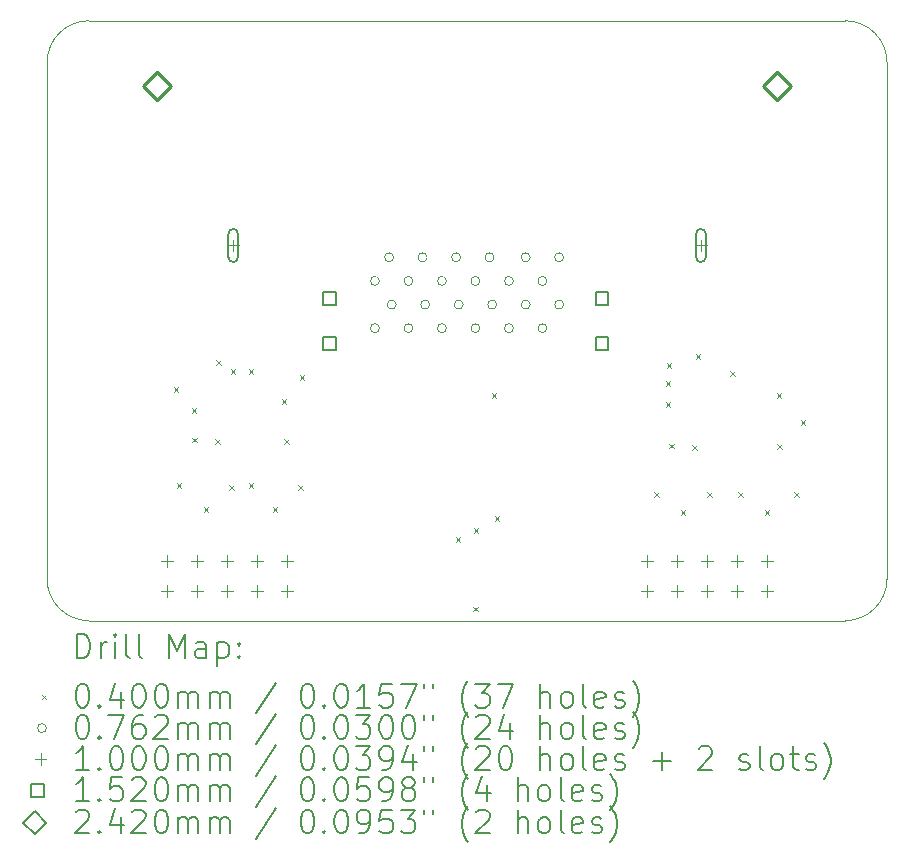
<source format=gbr>
%FSLAX45Y45*%
G04 Gerber Fmt 4.5, Leading zero omitted, Abs format (unit mm)*
G04 Created by KiCad (PCBNEW (6.0.0)) date 2022-08-18 21:48:34*
%MOMM*%
%LPD*%
G01*
G04 APERTURE LIST*
%TA.AperFunction,Profile*%
%ADD10C,0.100000*%
%TD*%
%ADD11C,0.200000*%
%ADD12C,0.040000*%
%ADD13C,0.076200*%
%ADD14C,0.100000*%
%ADD15C,0.152000*%
%ADD16C,0.242000*%
G04 APERTURE END LIST*
D10*
X15900400Y-8128000D02*
X9499600Y-8128000D01*
X16256000Y-3403600D02*
X16256000Y-7772400D01*
X9144000Y-7772400D02*
G75*
G03*
X9499600Y-8128000I355600J0D01*
G01*
X16256000Y-3403600D02*
G75*
G03*
X15900400Y-3048000I-355600J0D01*
G01*
X9144000Y-7772400D02*
X9144000Y-3403600D01*
X15900400Y-8128000D02*
G75*
G03*
X16256000Y-7772400I0J355600D01*
G01*
X9499600Y-3048000D02*
G75*
G03*
X9144000Y-3403600I0J-355600D01*
G01*
X9499600Y-3048000D02*
X15900400Y-3048000D01*
D11*
D12*
X10216200Y-6152200D02*
X10256200Y-6192200D01*
X10256200Y-6152200D02*
X10216200Y-6192200D01*
X10241600Y-6965000D02*
X10281600Y-7005000D01*
X10281600Y-6965000D02*
X10241600Y-7005000D01*
X10368600Y-6330000D02*
X10408600Y-6370000D01*
X10408600Y-6330000D02*
X10368600Y-6370000D01*
X10375200Y-6577400D02*
X10415200Y-6617400D01*
X10415200Y-6577400D02*
X10375200Y-6617400D01*
X10470200Y-7168200D02*
X10510200Y-7208200D01*
X10510200Y-7168200D02*
X10470200Y-7208200D01*
X10565200Y-6590600D02*
X10605200Y-6630600D01*
X10605200Y-6590600D02*
X10565200Y-6630600D01*
X10574449Y-5920951D02*
X10614449Y-5960951D01*
X10614449Y-5920951D02*
X10574449Y-5960951D01*
X10686100Y-6977700D02*
X10726100Y-7017700D01*
X10726100Y-6977700D02*
X10686100Y-7017700D01*
X10698800Y-5999800D02*
X10738800Y-6039800D01*
X10738800Y-5999800D02*
X10698800Y-6039800D01*
X10851200Y-5999800D02*
X10891200Y-6039800D01*
X10891200Y-5999800D02*
X10851200Y-6039800D01*
X10851200Y-6965000D02*
X10891200Y-7005000D01*
X10891200Y-6965000D02*
X10851200Y-7005000D01*
X11054400Y-7168200D02*
X11094400Y-7208200D01*
X11094400Y-7168200D02*
X11054400Y-7208200D01*
X11130600Y-6253800D02*
X11170600Y-6293800D01*
X11170600Y-6253800D02*
X11130600Y-6293800D01*
X11149400Y-6590600D02*
X11189400Y-6630600D01*
X11189400Y-6590600D02*
X11149400Y-6630600D01*
X11270300Y-6977700D02*
X11310300Y-7017700D01*
X11310300Y-6977700D02*
X11270300Y-7017700D01*
X11283000Y-6050600D02*
X11323000Y-6090600D01*
X11323000Y-6050600D02*
X11283000Y-6090600D01*
X12603800Y-7422200D02*
X12643800Y-7462200D01*
X12643800Y-7422200D02*
X12603800Y-7462200D01*
X12753649Y-8008951D02*
X12793649Y-8048951D01*
X12793649Y-8008951D02*
X12753649Y-8048951D01*
X12756200Y-7346000D02*
X12796200Y-7386000D01*
X12796200Y-7346000D02*
X12756200Y-7386000D01*
X12908600Y-6203000D02*
X12948600Y-6243000D01*
X12948600Y-6203000D02*
X12908600Y-6243000D01*
X12934000Y-7244400D02*
X12974000Y-7284400D01*
X12974000Y-7244400D02*
X12934000Y-7284400D01*
X14282200Y-7039200D02*
X14322200Y-7079200D01*
X14322200Y-7039200D02*
X14282200Y-7079200D01*
X14381800Y-6101400D02*
X14421800Y-6141400D01*
X14421800Y-6101400D02*
X14381800Y-6141400D01*
X14381800Y-6279200D02*
X14421800Y-6319200D01*
X14421800Y-6279200D02*
X14381800Y-6319200D01*
X14389656Y-5949000D02*
X14429656Y-5989000D01*
X14429656Y-5949000D02*
X14389656Y-5989000D01*
X14413800Y-6628200D02*
X14453800Y-6668200D01*
X14453800Y-6628200D02*
X14413800Y-6668200D01*
X14508800Y-7193600D02*
X14548800Y-7233600D01*
X14548800Y-7193600D02*
X14508800Y-7233600D01*
X14603800Y-6641400D02*
X14643800Y-6681400D01*
X14643800Y-6641400D02*
X14603800Y-6681400D01*
X14635800Y-5872800D02*
X14675800Y-5912800D01*
X14675800Y-5872800D02*
X14635800Y-5912800D01*
X14735400Y-7039200D02*
X14775400Y-7079200D01*
X14775400Y-7039200D02*
X14735400Y-7079200D01*
X14927900Y-6012500D02*
X14967900Y-6052500D01*
X14967900Y-6012500D02*
X14927900Y-6052500D01*
X14993400Y-7039200D02*
X15033400Y-7079200D01*
X15033400Y-7039200D02*
X14993400Y-7079200D01*
X15220000Y-7193600D02*
X15260000Y-7233600D01*
X15260000Y-7193600D02*
X15220000Y-7233600D01*
X15321600Y-6203000D02*
X15361600Y-6243000D01*
X15361600Y-6203000D02*
X15321600Y-6243000D01*
X15325160Y-6631240D02*
X15365160Y-6671240D01*
X15365160Y-6631240D02*
X15325160Y-6671240D01*
X15472000Y-7039200D02*
X15512000Y-7079200D01*
X15512000Y-7039200D02*
X15472000Y-7079200D01*
X15524800Y-6431600D02*
X15564800Y-6471600D01*
X15564800Y-6431600D02*
X15524800Y-6471600D01*
D13*
X11958200Y-5251300D02*
G75*
G03*
X11958200Y-5251300I-38100J0D01*
G01*
X11958200Y-5651300D02*
G75*
G03*
X11958200Y-5651300I-38100J0D01*
G01*
X12077920Y-5051300D02*
G75*
G03*
X12077920Y-5051300I-38100J0D01*
G01*
X12100000Y-5451300D02*
G75*
G03*
X12100000Y-5451300I-38100J0D01*
G01*
X12241800Y-5251300D02*
G75*
G03*
X12241800Y-5251300I-38100J0D01*
G01*
X12241800Y-5651300D02*
G75*
G03*
X12241800Y-5651300I-38100J0D01*
G01*
X12361520Y-5051300D02*
G75*
G03*
X12361520Y-5051300I-38100J0D01*
G01*
X12383600Y-5451300D02*
G75*
G03*
X12383600Y-5451300I-38100J0D01*
G01*
X12525400Y-5251300D02*
G75*
G03*
X12525400Y-5251300I-38100J0D01*
G01*
X12525400Y-5651300D02*
G75*
G03*
X12525400Y-5651300I-38100J0D01*
G01*
X12645120Y-5051300D02*
G75*
G03*
X12645120Y-5051300I-38100J0D01*
G01*
X12667200Y-5451300D02*
G75*
G03*
X12667200Y-5451300I-38100J0D01*
G01*
X12809000Y-5251300D02*
G75*
G03*
X12809000Y-5251300I-38100J0D01*
G01*
X12809000Y-5651300D02*
G75*
G03*
X12809000Y-5651300I-38100J0D01*
G01*
X12928720Y-5051300D02*
G75*
G03*
X12928720Y-5051300I-38100J0D01*
G01*
X12950800Y-5451300D02*
G75*
G03*
X12950800Y-5451300I-38100J0D01*
G01*
X13092600Y-5251300D02*
G75*
G03*
X13092600Y-5251300I-38100J0D01*
G01*
X13092600Y-5651300D02*
G75*
G03*
X13092600Y-5651300I-38100J0D01*
G01*
X13234400Y-5051300D02*
G75*
G03*
X13234400Y-5051300I-38100J0D01*
G01*
X13234400Y-5451300D02*
G75*
G03*
X13234400Y-5451300I-38100J0D01*
G01*
X13376200Y-5251300D02*
G75*
G03*
X13376200Y-5251300I-38100J0D01*
G01*
X13376200Y-5651300D02*
G75*
G03*
X13376200Y-5651300I-38100J0D01*
G01*
X13518000Y-5051300D02*
G75*
G03*
X13518000Y-5051300I-38100J0D01*
G01*
X13518000Y-5451300D02*
G75*
G03*
X13518000Y-5451300I-38100J0D01*
G01*
D14*
X10160000Y-7570000D02*
X10160000Y-7670000D01*
X10110000Y-7620000D02*
X10210000Y-7620000D01*
X10160000Y-7824000D02*
X10160000Y-7924000D01*
X10110000Y-7874000D02*
X10210000Y-7874000D01*
X10414000Y-7570000D02*
X10414000Y-7670000D01*
X10364000Y-7620000D02*
X10464000Y-7620000D01*
X10414000Y-7824000D02*
X10414000Y-7924000D01*
X10364000Y-7874000D02*
X10464000Y-7874000D01*
X10668000Y-7570000D02*
X10668000Y-7670000D01*
X10618000Y-7620000D02*
X10718000Y-7620000D01*
X10668000Y-7824000D02*
X10668000Y-7924000D01*
X10618000Y-7874000D02*
X10718000Y-7874000D01*
X10720100Y-4901300D02*
X10720100Y-5001300D01*
X10670100Y-4951300D02*
X10770100Y-4951300D01*
D11*
X10680100Y-4851300D02*
X10680100Y-5051300D01*
X10760100Y-4851300D02*
X10760100Y-5051300D01*
X10680100Y-5051300D02*
G75*
G03*
X10760100Y-5051300I40000J0D01*
G01*
X10760100Y-4851300D02*
G75*
G03*
X10680100Y-4851300I-40000J0D01*
G01*
D14*
X10922000Y-7570000D02*
X10922000Y-7670000D01*
X10872000Y-7620000D02*
X10972000Y-7620000D01*
X10922000Y-7824000D02*
X10922000Y-7924000D01*
X10872000Y-7874000D02*
X10972000Y-7874000D01*
X11176000Y-7570000D02*
X11176000Y-7670000D01*
X11126000Y-7620000D02*
X11226000Y-7620000D01*
X11176000Y-7824000D02*
X11176000Y-7924000D01*
X11126000Y-7874000D02*
X11226000Y-7874000D01*
X14224000Y-7570000D02*
X14224000Y-7670000D01*
X14174000Y-7620000D02*
X14274000Y-7620000D01*
X14224000Y-7824000D02*
X14224000Y-7924000D01*
X14174000Y-7874000D02*
X14274000Y-7874000D01*
X14478000Y-7570000D02*
X14478000Y-7670000D01*
X14428000Y-7620000D02*
X14528000Y-7620000D01*
X14478000Y-7824000D02*
X14478000Y-7924000D01*
X14428000Y-7874000D02*
X14528000Y-7874000D01*
X14679900Y-4901300D02*
X14679900Y-5001300D01*
X14629900Y-4951300D02*
X14729900Y-4951300D01*
D11*
X14639900Y-4851300D02*
X14639900Y-5051300D01*
X14719900Y-4851300D02*
X14719900Y-5051300D01*
X14639900Y-5051300D02*
G75*
G03*
X14719900Y-5051300I40000J0D01*
G01*
X14719900Y-4851300D02*
G75*
G03*
X14639900Y-4851300I-40000J0D01*
G01*
D14*
X14732000Y-7570000D02*
X14732000Y-7670000D01*
X14682000Y-7620000D02*
X14782000Y-7620000D01*
X14732000Y-7824000D02*
X14732000Y-7924000D01*
X14682000Y-7874000D02*
X14782000Y-7874000D01*
X14986000Y-7570000D02*
X14986000Y-7670000D01*
X14936000Y-7620000D02*
X15036000Y-7620000D01*
X14986000Y-7824000D02*
X14986000Y-7924000D01*
X14936000Y-7874000D02*
X15036000Y-7874000D01*
X15240000Y-7570000D02*
X15240000Y-7670000D01*
X15190000Y-7620000D02*
X15290000Y-7620000D01*
X15240000Y-7824000D02*
X15240000Y-7924000D01*
X15190000Y-7874000D02*
X15290000Y-7874000D01*
D15*
X11588701Y-5454241D02*
X11588701Y-5346759D01*
X11481219Y-5346759D01*
X11481219Y-5454241D01*
X11588701Y-5454241D01*
X11588701Y-5837241D02*
X11588701Y-5729759D01*
X11481219Y-5729759D01*
X11481219Y-5837241D01*
X11588701Y-5837241D01*
X13896701Y-5454241D02*
X13896701Y-5346759D01*
X13789219Y-5346759D01*
X13789219Y-5454241D01*
X13896701Y-5454241D01*
X13896701Y-5837241D02*
X13896701Y-5729759D01*
X13789219Y-5729759D01*
X13789219Y-5837241D01*
X13896701Y-5837241D01*
D16*
X10075000Y-3722300D02*
X10196000Y-3601300D01*
X10075000Y-3480300D01*
X9954000Y-3601300D01*
X10075000Y-3722300D01*
X15325000Y-3722300D02*
X15446000Y-3601300D01*
X15325000Y-3480300D01*
X15204000Y-3601300D01*
X15325000Y-3722300D01*
D11*
X9396619Y-8443476D02*
X9396619Y-8243476D01*
X9444238Y-8243476D01*
X9472810Y-8253000D01*
X9491857Y-8272048D01*
X9501381Y-8291095D01*
X9510905Y-8329190D01*
X9510905Y-8357762D01*
X9501381Y-8395857D01*
X9491857Y-8414905D01*
X9472810Y-8433952D01*
X9444238Y-8443476D01*
X9396619Y-8443476D01*
X9596619Y-8443476D02*
X9596619Y-8310143D01*
X9596619Y-8348238D02*
X9606143Y-8329190D01*
X9615667Y-8319667D01*
X9634714Y-8310143D01*
X9653762Y-8310143D01*
X9720429Y-8443476D02*
X9720429Y-8310143D01*
X9720429Y-8243476D02*
X9710905Y-8253000D01*
X9720429Y-8262524D01*
X9729952Y-8253000D01*
X9720429Y-8243476D01*
X9720429Y-8262524D01*
X9844238Y-8443476D02*
X9825190Y-8433952D01*
X9815667Y-8414905D01*
X9815667Y-8243476D01*
X9949000Y-8443476D02*
X9929952Y-8433952D01*
X9920429Y-8414905D01*
X9920429Y-8243476D01*
X10177571Y-8443476D02*
X10177571Y-8243476D01*
X10244238Y-8386333D01*
X10310905Y-8243476D01*
X10310905Y-8443476D01*
X10491857Y-8443476D02*
X10491857Y-8338714D01*
X10482333Y-8319667D01*
X10463286Y-8310143D01*
X10425190Y-8310143D01*
X10406143Y-8319667D01*
X10491857Y-8433952D02*
X10472810Y-8443476D01*
X10425190Y-8443476D01*
X10406143Y-8433952D01*
X10396619Y-8414905D01*
X10396619Y-8395857D01*
X10406143Y-8376809D01*
X10425190Y-8367286D01*
X10472810Y-8367286D01*
X10491857Y-8357762D01*
X10587095Y-8310143D02*
X10587095Y-8510143D01*
X10587095Y-8319667D02*
X10606143Y-8310143D01*
X10644238Y-8310143D01*
X10663286Y-8319667D01*
X10672810Y-8329190D01*
X10682333Y-8348238D01*
X10682333Y-8405381D01*
X10672810Y-8424429D01*
X10663286Y-8433952D01*
X10644238Y-8443476D01*
X10606143Y-8443476D01*
X10587095Y-8433952D01*
X10768048Y-8424429D02*
X10777571Y-8433952D01*
X10768048Y-8443476D01*
X10758524Y-8433952D01*
X10768048Y-8424429D01*
X10768048Y-8443476D01*
X10768048Y-8319667D02*
X10777571Y-8329190D01*
X10768048Y-8338714D01*
X10758524Y-8329190D01*
X10768048Y-8319667D01*
X10768048Y-8338714D01*
D12*
X9099000Y-8753000D02*
X9139000Y-8793000D01*
X9139000Y-8753000D02*
X9099000Y-8793000D01*
D11*
X9434714Y-8663476D02*
X9453762Y-8663476D01*
X9472810Y-8673000D01*
X9482333Y-8682524D01*
X9491857Y-8701571D01*
X9501381Y-8739667D01*
X9501381Y-8787286D01*
X9491857Y-8825381D01*
X9482333Y-8844429D01*
X9472810Y-8853952D01*
X9453762Y-8863476D01*
X9434714Y-8863476D01*
X9415667Y-8853952D01*
X9406143Y-8844429D01*
X9396619Y-8825381D01*
X9387095Y-8787286D01*
X9387095Y-8739667D01*
X9396619Y-8701571D01*
X9406143Y-8682524D01*
X9415667Y-8673000D01*
X9434714Y-8663476D01*
X9587095Y-8844429D02*
X9596619Y-8853952D01*
X9587095Y-8863476D01*
X9577571Y-8853952D01*
X9587095Y-8844429D01*
X9587095Y-8863476D01*
X9768048Y-8730143D02*
X9768048Y-8863476D01*
X9720429Y-8653952D02*
X9672810Y-8796810D01*
X9796619Y-8796810D01*
X9910905Y-8663476D02*
X9929952Y-8663476D01*
X9949000Y-8673000D01*
X9958524Y-8682524D01*
X9968048Y-8701571D01*
X9977571Y-8739667D01*
X9977571Y-8787286D01*
X9968048Y-8825381D01*
X9958524Y-8844429D01*
X9949000Y-8853952D01*
X9929952Y-8863476D01*
X9910905Y-8863476D01*
X9891857Y-8853952D01*
X9882333Y-8844429D01*
X9872810Y-8825381D01*
X9863286Y-8787286D01*
X9863286Y-8739667D01*
X9872810Y-8701571D01*
X9882333Y-8682524D01*
X9891857Y-8673000D01*
X9910905Y-8663476D01*
X10101381Y-8663476D02*
X10120429Y-8663476D01*
X10139476Y-8673000D01*
X10149000Y-8682524D01*
X10158524Y-8701571D01*
X10168048Y-8739667D01*
X10168048Y-8787286D01*
X10158524Y-8825381D01*
X10149000Y-8844429D01*
X10139476Y-8853952D01*
X10120429Y-8863476D01*
X10101381Y-8863476D01*
X10082333Y-8853952D01*
X10072810Y-8844429D01*
X10063286Y-8825381D01*
X10053762Y-8787286D01*
X10053762Y-8739667D01*
X10063286Y-8701571D01*
X10072810Y-8682524D01*
X10082333Y-8673000D01*
X10101381Y-8663476D01*
X10253762Y-8863476D02*
X10253762Y-8730143D01*
X10253762Y-8749190D02*
X10263286Y-8739667D01*
X10282333Y-8730143D01*
X10310905Y-8730143D01*
X10329952Y-8739667D01*
X10339476Y-8758714D01*
X10339476Y-8863476D01*
X10339476Y-8758714D02*
X10349000Y-8739667D01*
X10368048Y-8730143D01*
X10396619Y-8730143D01*
X10415667Y-8739667D01*
X10425190Y-8758714D01*
X10425190Y-8863476D01*
X10520429Y-8863476D02*
X10520429Y-8730143D01*
X10520429Y-8749190D02*
X10529952Y-8739667D01*
X10549000Y-8730143D01*
X10577571Y-8730143D01*
X10596619Y-8739667D01*
X10606143Y-8758714D01*
X10606143Y-8863476D01*
X10606143Y-8758714D02*
X10615667Y-8739667D01*
X10634714Y-8730143D01*
X10663286Y-8730143D01*
X10682333Y-8739667D01*
X10691857Y-8758714D01*
X10691857Y-8863476D01*
X11082333Y-8653952D02*
X10910905Y-8911095D01*
X11339476Y-8663476D02*
X11358524Y-8663476D01*
X11377571Y-8673000D01*
X11387095Y-8682524D01*
X11396619Y-8701571D01*
X11406143Y-8739667D01*
X11406143Y-8787286D01*
X11396619Y-8825381D01*
X11387095Y-8844429D01*
X11377571Y-8853952D01*
X11358524Y-8863476D01*
X11339476Y-8863476D01*
X11320428Y-8853952D01*
X11310905Y-8844429D01*
X11301381Y-8825381D01*
X11291857Y-8787286D01*
X11291857Y-8739667D01*
X11301381Y-8701571D01*
X11310905Y-8682524D01*
X11320428Y-8673000D01*
X11339476Y-8663476D01*
X11491857Y-8844429D02*
X11501381Y-8853952D01*
X11491857Y-8863476D01*
X11482333Y-8853952D01*
X11491857Y-8844429D01*
X11491857Y-8863476D01*
X11625190Y-8663476D02*
X11644238Y-8663476D01*
X11663286Y-8673000D01*
X11672809Y-8682524D01*
X11682333Y-8701571D01*
X11691857Y-8739667D01*
X11691857Y-8787286D01*
X11682333Y-8825381D01*
X11672809Y-8844429D01*
X11663286Y-8853952D01*
X11644238Y-8863476D01*
X11625190Y-8863476D01*
X11606143Y-8853952D01*
X11596619Y-8844429D01*
X11587095Y-8825381D01*
X11577571Y-8787286D01*
X11577571Y-8739667D01*
X11587095Y-8701571D01*
X11596619Y-8682524D01*
X11606143Y-8673000D01*
X11625190Y-8663476D01*
X11882333Y-8863476D02*
X11768048Y-8863476D01*
X11825190Y-8863476D02*
X11825190Y-8663476D01*
X11806143Y-8692048D01*
X11787095Y-8711095D01*
X11768048Y-8720619D01*
X12063286Y-8663476D02*
X11968048Y-8663476D01*
X11958524Y-8758714D01*
X11968048Y-8749190D01*
X11987095Y-8739667D01*
X12034714Y-8739667D01*
X12053762Y-8749190D01*
X12063286Y-8758714D01*
X12072809Y-8777762D01*
X12072809Y-8825381D01*
X12063286Y-8844429D01*
X12053762Y-8853952D01*
X12034714Y-8863476D01*
X11987095Y-8863476D01*
X11968048Y-8853952D01*
X11958524Y-8844429D01*
X12139476Y-8663476D02*
X12272809Y-8663476D01*
X12187095Y-8863476D01*
X12339476Y-8663476D02*
X12339476Y-8701571D01*
X12415667Y-8663476D02*
X12415667Y-8701571D01*
X12710905Y-8939667D02*
X12701381Y-8930143D01*
X12682333Y-8901571D01*
X12672809Y-8882524D01*
X12663286Y-8853952D01*
X12653762Y-8806333D01*
X12653762Y-8768238D01*
X12663286Y-8720619D01*
X12672809Y-8692048D01*
X12682333Y-8673000D01*
X12701381Y-8644429D01*
X12710905Y-8634905D01*
X12768048Y-8663476D02*
X12891857Y-8663476D01*
X12825190Y-8739667D01*
X12853762Y-8739667D01*
X12872809Y-8749190D01*
X12882333Y-8758714D01*
X12891857Y-8777762D01*
X12891857Y-8825381D01*
X12882333Y-8844429D01*
X12872809Y-8853952D01*
X12853762Y-8863476D01*
X12796619Y-8863476D01*
X12777571Y-8853952D01*
X12768048Y-8844429D01*
X12958524Y-8663476D02*
X13091857Y-8663476D01*
X13006143Y-8863476D01*
X13320428Y-8863476D02*
X13320428Y-8663476D01*
X13406143Y-8863476D02*
X13406143Y-8758714D01*
X13396619Y-8739667D01*
X13377571Y-8730143D01*
X13349000Y-8730143D01*
X13329952Y-8739667D01*
X13320428Y-8749190D01*
X13529952Y-8863476D02*
X13510905Y-8853952D01*
X13501381Y-8844429D01*
X13491857Y-8825381D01*
X13491857Y-8768238D01*
X13501381Y-8749190D01*
X13510905Y-8739667D01*
X13529952Y-8730143D01*
X13558524Y-8730143D01*
X13577571Y-8739667D01*
X13587095Y-8749190D01*
X13596619Y-8768238D01*
X13596619Y-8825381D01*
X13587095Y-8844429D01*
X13577571Y-8853952D01*
X13558524Y-8863476D01*
X13529952Y-8863476D01*
X13710905Y-8863476D02*
X13691857Y-8853952D01*
X13682333Y-8834905D01*
X13682333Y-8663476D01*
X13863286Y-8853952D02*
X13844238Y-8863476D01*
X13806143Y-8863476D01*
X13787095Y-8853952D01*
X13777571Y-8834905D01*
X13777571Y-8758714D01*
X13787095Y-8739667D01*
X13806143Y-8730143D01*
X13844238Y-8730143D01*
X13863286Y-8739667D01*
X13872809Y-8758714D01*
X13872809Y-8777762D01*
X13777571Y-8796810D01*
X13949000Y-8853952D02*
X13968048Y-8863476D01*
X14006143Y-8863476D01*
X14025190Y-8853952D01*
X14034714Y-8834905D01*
X14034714Y-8825381D01*
X14025190Y-8806333D01*
X14006143Y-8796810D01*
X13977571Y-8796810D01*
X13958524Y-8787286D01*
X13949000Y-8768238D01*
X13949000Y-8758714D01*
X13958524Y-8739667D01*
X13977571Y-8730143D01*
X14006143Y-8730143D01*
X14025190Y-8739667D01*
X14101381Y-8939667D02*
X14110905Y-8930143D01*
X14129952Y-8901571D01*
X14139476Y-8882524D01*
X14149000Y-8853952D01*
X14158524Y-8806333D01*
X14158524Y-8768238D01*
X14149000Y-8720619D01*
X14139476Y-8692048D01*
X14129952Y-8673000D01*
X14110905Y-8644429D01*
X14101381Y-8634905D01*
D13*
X9139000Y-9037000D02*
G75*
G03*
X9139000Y-9037000I-38100J0D01*
G01*
D11*
X9434714Y-8927476D02*
X9453762Y-8927476D01*
X9472810Y-8937000D01*
X9482333Y-8946524D01*
X9491857Y-8965571D01*
X9501381Y-9003667D01*
X9501381Y-9051286D01*
X9491857Y-9089381D01*
X9482333Y-9108429D01*
X9472810Y-9117952D01*
X9453762Y-9127476D01*
X9434714Y-9127476D01*
X9415667Y-9117952D01*
X9406143Y-9108429D01*
X9396619Y-9089381D01*
X9387095Y-9051286D01*
X9387095Y-9003667D01*
X9396619Y-8965571D01*
X9406143Y-8946524D01*
X9415667Y-8937000D01*
X9434714Y-8927476D01*
X9587095Y-9108429D02*
X9596619Y-9117952D01*
X9587095Y-9127476D01*
X9577571Y-9117952D01*
X9587095Y-9108429D01*
X9587095Y-9127476D01*
X9663286Y-8927476D02*
X9796619Y-8927476D01*
X9710905Y-9127476D01*
X9958524Y-8927476D02*
X9920429Y-8927476D01*
X9901381Y-8937000D01*
X9891857Y-8946524D01*
X9872810Y-8975095D01*
X9863286Y-9013190D01*
X9863286Y-9089381D01*
X9872810Y-9108429D01*
X9882333Y-9117952D01*
X9901381Y-9127476D01*
X9939476Y-9127476D01*
X9958524Y-9117952D01*
X9968048Y-9108429D01*
X9977571Y-9089381D01*
X9977571Y-9041762D01*
X9968048Y-9022714D01*
X9958524Y-9013190D01*
X9939476Y-9003667D01*
X9901381Y-9003667D01*
X9882333Y-9013190D01*
X9872810Y-9022714D01*
X9863286Y-9041762D01*
X10053762Y-8946524D02*
X10063286Y-8937000D01*
X10082333Y-8927476D01*
X10129952Y-8927476D01*
X10149000Y-8937000D01*
X10158524Y-8946524D01*
X10168048Y-8965571D01*
X10168048Y-8984619D01*
X10158524Y-9013190D01*
X10044238Y-9127476D01*
X10168048Y-9127476D01*
X10253762Y-9127476D02*
X10253762Y-8994143D01*
X10253762Y-9013190D02*
X10263286Y-9003667D01*
X10282333Y-8994143D01*
X10310905Y-8994143D01*
X10329952Y-9003667D01*
X10339476Y-9022714D01*
X10339476Y-9127476D01*
X10339476Y-9022714D02*
X10349000Y-9003667D01*
X10368048Y-8994143D01*
X10396619Y-8994143D01*
X10415667Y-9003667D01*
X10425190Y-9022714D01*
X10425190Y-9127476D01*
X10520429Y-9127476D02*
X10520429Y-8994143D01*
X10520429Y-9013190D02*
X10529952Y-9003667D01*
X10549000Y-8994143D01*
X10577571Y-8994143D01*
X10596619Y-9003667D01*
X10606143Y-9022714D01*
X10606143Y-9127476D01*
X10606143Y-9022714D02*
X10615667Y-9003667D01*
X10634714Y-8994143D01*
X10663286Y-8994143D01*
X10682333Y-9003667D01*
X10691857Y-9022714D01*
X10691857Y-9127476D01*
X11082333Y-8917952D02*
X10910905Y-9175095D01*
X11339476Y-8927476D02*
X11358524Y-8927476D01*
X11377571Y-8937000D01*
X11387095Y-8946524D01*
X11396619Y-8965571D01*
X11406143Y-9003667D01*
X11406143Y-9051286D01*
X11396619Y-9089381D01*
X11387095Y-9108429D01*
X11377571Y-9117952D01*
X11358524Y-9127476D01*
X11339476Y-9127476D01*
X11320428Y-9117952D01*
X11310905Y-9108429D01*
X11301381Y-9089381D01*
X11291857Y-9051286D01*
X11291857Y-9003667D01*
X11301381Y-8965571D01*
X11310905Y-8946524D01*
X11320428Y-8937000D01*
X11339476Y-8927476D01*
X11491857Y-9108429D02*
X11501381Y-9117952D01*
X11491857Y-9127476D01*
X11482333Y-9117952D01*
X11491857Y-9108429D01*
X11491857Y-9127476D01*
X11625190Y-8927476D02*
X11644238Y-8927476D01*
X11663286Y-8937000D01*
X11672809Y-8946524D01*
X11682333Y-8965571D01*
X11691857Y-9003667D01*
X11691857Y-9051286D01*
X11682333Y-9089381D01*
X11672809Y-9108429D01*
X11663286Y-9117952D01*
X11644238Y-9127476D01*
X11625190Y-9127476D01*
X11606143Y-9117952D01*
X11596619Y-9108429D01*
X11587095Y-9089381D01*
X11577571Y-9051286D01*
X11577571Y-9003667D01*
X11587095Y-8965571D01*
X11596619Y-8946524D01*
X11606143Y-8937000D01*
X11625190Y-8927476D01*
X11758524Y-8927476D02*
X11882333Y-8927476D01*
X11815667Y-9003667D01*
X11844238Y-9003667D01*
X11863286Y-9013190D01*
X11872809Y-9022714D01*
X11882333Y-9041762D01*
X11882333Y-9089381D01*
X11872809Y-9108429D01*
X11863286Y-9117952D01*
X11844238Y-9127476D01*
X11787095Y-9127476D01*
X11768048Y-9117952D01*
X11758524Y-9108429D01*
X12006143Y-8927476D02*
X12025190Y-8927476D01*
X12044238Y-8937000D01*
X12053762Y-8946524D01*
X12063286Y-8965571D01*
X12072809Y-9003667D01*
X12072809Y-9051286D01*
X12063286Y-9089381D01*
X12053762Y-9108429D01*
X12044238Y-9117952D01*
X12025190Y-9127476D01*
X12006143Y-9127476D01*
X11987095Y-9117952D01*
X11977571Y-9108429D01*
X11968048Y-9089381D01*
X11958524Y-9051286D01*
X11958524Y-9003667D01*
X11968048Y-8965571D01*
X11977571Y-8946524D01*
X11987095Y-8937000D01*
X12006143Y-8927476D01*
X12196619Y-8927476D02*
X12215667Y-8927476D01*
X12234714Y-8937000D01*
X12244238Y-8946524D01*
X12253762Y-8965571D01*
X12263286Y-9003667D01*
X12263286Y-9051286D01*
X12253762Y-9089381D01*
X12244238Y-9108429D01*
X12234714Y-9117952D01*
X12215667Y-9127476D01*
X12196619Y-9127476D01*
X12177571Y-9117952D01*
X12168048Y-9108429D01*
X12158524Y-9089381D01*
X12149000Y-9051286D01*
X12149000Y-9003667D01*
X12158524Y-8965571D01*
X12168048Y-8946524D01*
X12177571Y-8937000D01*
X12196619Y-8927476D01*
X12339476Y-8927476D02*
X12339476Y-8965571D01*
X12415667Y-8927476D02*
X12415667Y-8965571D01*
X12710905Y-9203667D02*
X12701381Y-9194143D01*
X12682333Y-9165571D01*
X12672809Y-9146524D01*
X12663286Y-9117952D01*
X12653762Y-9070333D01*
X12653762Y-9032238D01*
X12663286Y-8984619D01*
X12672809Y-8956048D01*
X12682333Y-8937000D01*
X12701381Y-8908429D01*
X12710905Y-8898905D01*
X12777571Y-8946524D02*
X12787095Y-8937000D01*
X12806143Y-8927476D01*
X12853762Y-8927476D01*
X12872809Y-8937000D01*
X12882333Y-8946524D01*
X12891857Y-8965571D01*
X12891857Y-8984619D01*
X12882333Y-9013190D01*
X12768048Y-9127476D01*
X12891857Y-9127476D01*
X13063286Y-8994143D02*
X13063286Y-9127476D01*
X13015667Y-8917952D02*
X12968048Y-9060810D01*
X13091857Y-9060810D01*
X13320428Y-9127476D02*
X13320428Y-8927476D01*
X13406143Y-9127476D02*
X13406143Y-9022714D01*
X13396619Y-9003667D01*
X13377571Y-8994143D01*
X13349000Y-8994143D01*
X13329952Y-9003667D01*
X13320428Y-9013190D01*
X13529952Y-9127476D02*
X13510905Y-9117952D01*
X13501381Y-9108429D01*
X13491857Y-9089381D01*
X13491857Y-9032238D01*
X13501381Y-9013190D01*
X13510905Y-9003667D01*
X13529952Y-8994143D01*
X13558524Y-8994143D01*
X13577571Y-9003667D01*
X13587095Y-9013190D01*
X13596619Y-9032238D01*
X13596619Y-9089381D01*
X13587095Y-9108429D01*
X13577571Y-9117952D01*
X13558524Y-9127476D01*
X13529952Y-9127476D01*
X13710905Y-9127476D02*
X13691857Y-9117952D01*
X13682333Y-9098905D01*
X13682333Y-8927476D01*
X13863286Y-9117952D02*
X13844238Y-9127476D01*
X13806143Y-9127476D01*
X13787095Y-9117952D01*
X13777571Y-9098905D01*
X13777571Y-9022714D01*
X13787095Y-9003667D01*
X13806143Y-8994143D01*
X13844238Y-8994143D01*
X13863286Y-9003667D01*
X13872809Y-9022714D01*
X13872809Y-9041762D01*
X13777571Y-9060810D01*
X13949000Y-9117952D02*
X13968048Y-9127476D01*
X14006143Y-9127476D01*
X14025190Y-9117952D01*
X14034714Y-9098905D01*
X14034714Y-9089381D01*
X14025190Y-9070333D01*
X14006143Y-9060810D01*
X13977571Y-9060810D01*
X13958524Y-9051286D01*
X13949000Y-9032238D01*
X13949000Y-9022714D01*
X13958524Y-9003667D01*
X13977571Y-8994143D01*
X14006143Y-8994143D01*
X14025190Y-9003667D01*
X14101381Y-9203667D02*
X14110905Y-9194143D01*
X14129952Y-9165571D01*
X14139476Y-9146524D01*
X14149000Y-9117952D01*
X14158524Y-9070333D01*
X14158524Y-9032238D01*
X14149000Y-8984619D01*
X14139476Y-8956048D01*
X14129952Y-8937000D01*
X14110905Y-8908429D01*
X14101381Y-8898905D01*
D14*
X9089000Y-9251000D02*
X9089000Y-9351000D01*
X9039000Y-9301000D02*
X9139000Y-9301000D01*
D11*
X9501381Y-9391476D02*
X9387095Y-9391476D01*
X9444238Y-9391476D02*
X9444238Y-9191476D01*
X9425190Y-9220048D01*
X9406143Y-9239095D01*
X9387095Y-9248619D01*
X9587095Y-9372429D02*
X9596619Y-9381952D01*
X9587095Y-9391476D01*
X9577571Y-9381952D01*
X9587095Y-9372429D01*
X9587095Y-9391476D01*
X9720429Y-9191476D02*
X9739476Y-9191476D01*
X9758524Y-9201000D01*
X9768048Y-9210524D01*
X9777571Y-9229571D01*
X9787095Y-9267667D01*
X9787095Y-9315286D01*
X9777571Y-9353381D01*
X9768048Y-9372429D01*
X9758524Y-9381952D01*
X9739476Y-9391476D01*
X9720429Y-9391476D01*
X9701381Y-9381952D01*
X9691857Y-9372429D01*
X9682333Y-9353381D01*
X9672810Y-9315286D01*
X9672810Y-9267667D01*
X9682333Y-9229571D01*
X9691857Y-9210524D01*
X9701381Y-9201000D01*
X9720429Y-9191476D01*
X9910905Y-9191476D02*
X9929952Y-9191476D01*
X9949000Y-9201000D01*
X9958524Y-9210524D01*
X9968048Y-9229571D01*
X9977571Y-9267667D01*
X9977571Y-9315286D01*
X9968048Y-9353381D01*
X9958524Y-9372429D01*
X9949000Y-9381952D01*
X9929952Y-9391476D01*
X9910905Y-9391476D01*
X9891857Y-9381952D01*
X9882333Y-9372429D01*
X9872810Y-9353381D01*
X9863286Y-9315286D01*
X9863286Y-9267667D01*
X9872810Y-9229571D01*
X9882333Y-9210524D01*
X9891857Y-9201000D01*
X9910905Y-9191476D01*
X10101381Y-9191476D02*
X10120429Y-9191476D01*
X10139476Y-9201000D01*
X10149000Y-9210524D01*
X10158524Y-9229571D01*
X10168048Y-9267667D01*
X10168048Y-9315286D01*
X10158524Y-9353381D01*
X10149000Y-9372429D01*
X10139476Y-9381952D01*
X10120429Y-9391476D01*
X10101381Y-9391476D01*
X10082333Y-9381952D01*
X10072810Y-9372429D01*
X10063286Y-9353381D01*
X10053762Y-9315286D01*
X10053762Y-9267667D01*
X10063286Y-9229571D01*
X10072810Y-9210524D01*
X10082333Y-9201000D01*
X10101381Y-9191476D01*
X10253762Y-9391476D02*
X10253762Y-9258143D01*
X10253762Y-9277190D02*
X10263286Y-9267667D01*
X10282333Y-9258143D01*
X10310905Y-9258143D01*
X10329952Y-9267667D01*
X10339476Y-9286714D01*
X10339476Y-9391476D01*
X10339476Y-9286714D02*
X10349000Y-9267667D01*
X10368048Y-9258143D01*
X10396619Y-9258143D01*
X10415667Y-9267667D01*
X10425190Y-9286714D01*
X10425190Y-9391476D01*
X10520429Y-9391476D02*
X10520429Y-9258143D01*
X10520429Y-9277190D02*
X10529952Y-9267667D01*
X10549000Y-9258143D01*
X10577571Y-9258143D01*
X10596619Y-9267667D01*
X10606143Y-9286714D01*
X10606143Y-9391476D01*
X10606143Y-9286714D02*
X10615667Y-9267667D01*
X10634714Y-9258143D01*
X10663286Y-9258143D01*
X10682333Y-9267667D01*
X10691857Y-9286714D01*
X10691857Y-9391476D01*
X11082333Y-9181952D02*
X10910905Y-9439095D01*
X11339476Y-9191476D02*
X11358524Y-9191476D01*
X11377571Y-9201000D01*
X11387095Y-9210524D01*
X11396619Y-9229571D01*
X11406143Y-9267667D01*
X11406143Y-9315286D01*
X11396619Y-9353381D01*
X11387095Y-9372429D01*
X11377571Y-9381952D01*
X11358524Y-9391476D01*
X11339476Y-9391476D01*
X11320428Y-9381952D01*
X11310905Y-9372429D01*
X11301381Y-9353381D01*
X11291857Y-9315286D01*
X11291857Y-9267667D01*
X11301381Y-9229571D01*
X11310905Y-9210524D01*
X11320428Y-9201000D01*
X11339476Y-9191476D01*
X11491857Y-9372429D02*
X11501381Y-9381952D01*
X11491857Y-9391476D01*
X11482333Y-9381952D01*
X11491857Y-9372429D01*
X11491857Y-9391476D01*
X11625190Y-9191476D02*
X11644238Y-9191476D01*
X11663286Y-9201000D01*
X11672809Y-9210524D01*
X11682333Y-9229571D01*
X11691857Y-9267667D01*
X11691857Y-9315286D01*
X11682333Y-9353381D01*
X11672809Y-9372429D01*
X11663286Y-9381952D01*
X11644238Y-9391476D01*
X11625190Y-9391476D01*
X11606143Y-9381952D01*
X11596619Y-9372429D01*
X11587095Y-9353381D01*
X11577571Y-9315286D01*
X11577571Y-9267667D01*
X11587095Y-9229571D01*
X11596619Y-9210524D01*
X11606143Y-9201000D01*
X11625190Y-9191476D01*
X11758524Y-9191476D02*
X11882333Y-9191476D01*
X11815667Y-9267667D01*
X11844238Y-9267667D01*
X11863286Y-9277190D01*
X11872809Y-9286714D01*
X11882333Y-9305762D01*
X11882333Y-9353381D01*
X11872809Y-9372429D01*
X11863286Y-9381952D01*
X11844238Y-9391476D01*
X11787095Y-9391476D01*
X11768048Y-9381952D01*
X11758524Y-9372429D01*
X11977571Y-9391476D02*
X12015667Y-9391476D01*
X12034714Y-9381952D01*
X12044238Y-9372429D01*
X12063286Y-9343857D01*
X12072809Y-9305762D01*
X12072809Y-9229571D01*
X12063286Y-9210524D01*
X12053762Y-9201000D01*
X12034714Y-9191476D01*
X11996619Y-9191476D01*
X11977571Y-9201000D01*
X11968048Y-9210524D01*
X11958524Y-9229571D01*
X11958524Y-9277190D01*
X11968048Y-9296238D01*
X11977571Y-9305762D01*
X11996619Y-9315286D01*
X12034714Y-9315286D01*
X12053762Y-9305762D01*
X12063286Y-9296238D01*
X12072809Y-9277190D01*
X12244238Y-9258143D02*
X12244238Y-9391476D01*
X12196619Y-9181952D02*
X12149000Y-9324810D01*
X12272809Y-9324810D01*
X12339476Y-9191476D02*
X12339476Y-9229571D01*
X12415667Y-9191476D02*
X12415667Y-9229571D01*
X12710905Y-9467667D02*
X12701381Y-9458143D01*
X12682333Y-9429571D01*
X12672809Y-9410524D01*
X12663286Y-9381952D01*
X12653762Y-9334333D01*
X12653762Y-9296238D01*
X12663286Y-9248619D01*
X12672809Y-9220048D01*
X12682333Y-9201000D01*
X12701381Y-9172429D01*
X12710905Y-9162905D01*
X12777571Y-9210524D02*
X12787095Y-9201000D01*
X12806143Y-9191476D01*
X12853762Y-9191476D01*
X12872809Y-9201000D01*
X12882333Y-9210524D01*
X12891857Y-9229571D01*
X12891857Y-9248619D01*
X12882333Y-9277190D01*
X12768048Y-9391476D01*
X12891857Y-9391476D01*
X13015667Y-9191476D02*
X13034714Y-9191476D01*
X13053762Y-9201000D01*
X13063286Y-9210524D01*
X13072809Y-9229571D01*
X13082333Y-9267667D01*
X13082333Y-9315286D01*
X13072809Y-9353381D01*
X13063286Y-9372429D01*
X13053762Y-9381952D01*
X13034714Y-9391476D01*
X13015667Y-9391476D01*
X12996619Y-9381952D01*
X12987095Y-9372429D01*
X12977571Y-9353381D01*
X12968048Y-9315286D01*
X12968048Y-9267667D01*
X12977571Y-9229571D01*
X12987095Y-9210524D01*
X12996619Y-9201000D01*
X13015667Y-9191476D01*
X13320428Y-9391476D02*
X13320428Y-9191476D01*
X13406143Y-9391476D02*
X13406143Y-9286714D01*
X13396619Y-9267667D01*
X13377571Y-9258143D01*
X13349000Y-9258143D01*
X13329952Y-9267667D01*
X13320428Y-9277190D01*
X13529952Y-9391476D02*
X13510905Y-9381952D01*
X13501381Y-9372429D01*
X13491857Y-9353381D01*
X13491857Y-9296238D01*
X13501381Y-9277190D01*
X13510905Y-9267667D01*
X13529952Y-9258143D01*
X13558524Y-9258143D01*
X13577571Y-9267667D01*
X13587095Y-9277190D01*
X13596619Y-9296238D01*
X13596619Y-9353381D01*
X13587095Y-9372429D01*
X13577571Y-9381952D01*
X13558524Y-9391476D01*
X13529952Y-9391476D01*
X13710905Y-9391476D02*
X13691857Y-9381952D01*
X13682333Y-9362905D01*
X13682333Y-9191476D01*
X13863286Y-9381952D02*
X13844238Y-9391476D01*
X13806143Y-9391476D01*
X13787095Y-9381952D01*
X13777571Y-9362905D01*
X13777571Y-9286714D01*
X13787095Y-9267667D01*
X13806143Y-9258143D01*
X13844238Y-9258143D01*
X13863286Y-9267667D01*
X13872809Y-9286714D01*
X13872809Y-9305762D01*
X13777571Y-9324810D01*
X13949000Y-9381952D02*
X13968048Y-9391476D01*
X14006143Y-9391476D01*
X14025190Y-9381952D01*
X14034714Y-9362905D01*
X14034714Y-9353381D01*
X14025190Y-9334333D01*
X14006143Y-9324810D01*
X13977571Y-9324810D01*
X13958524Y-9315286D01*
X13949000Y-9296238D01*
X13949000Y-9286714D01*
X13958524Y-9267667D01*
X13977571Y-9258143D01*
X14006143Y-9258143D01*
X14025190Y-9267667D01*
X14272809Y-9315286D02*
X14425190Y-9315286D01*
X14349000Y-9391476D02*
X14349000Y-9239095D01*
X14663286Y-9210524D02*
X14672809Y-9201000D01*
X14691857Y-9191476D01*
X14739476Y-9191476D01*
X14758524Y-9201000D01*
X14768048Y-9210524D01*
X14777571Y-9229571D01*
X14777571Y-9248619D01*
X14768048Y-9277190D01*
X14653762Y-9391476D01*
X14777571Y-9391476D01*
X15006143Y-9381952D02*
X15025190Y-9391476D01*
X15063286Y-9391476D01*
X15082333Y-9381952D01*
X15091857Y-9362905D01*
X15091857Y-9353381D01*
X15082333Y-9334333D01*
X15063286Y-9324810D01*
X15034714Y-9324810D01*
X15015667Y-9315286D01*
X15006143Y-9296238D01*
X15006143Y-9286714D01*
X15015667Y-9267667D01*
X15034714Y-9258143D01*
X15063286Y-9258143D01*
X15082333Y-9267667D01*
X15206143Y-9391476D02*
X15187095Y-9381952D01*
X15177571Y-9362905D01*
X15177571Y-9191476D01*
X15310905Y-9391476D02*
X15291857Y-9381952D01*
X15282333Y-9372429D01*
X15272809Y-9353381D01*
X15272809Y-9296238D01*
X15282333Y-9277190D01*
X15291857Y-9267667D01*
X15310905Y-9258143D01*
X15339476Y-9258143D01*
X15358524Y-9267667D01*
X15368048Y-9277190D01*
X15377571Y-9296238D01*
X15377571Y-9353381D01*
X15368048Y-9372429D01*
X15358524Y-9381952D01*
X15339476Y-9391476D01*
X15310905Y-9391476D01*
X15434714Y-9258143D02*
X15510905Y-9258143D01*
X15463286Y-9191476D02*
X15463286Y-9362905D01*
X15472809Y-9381952D01*
X15491857Y-9391476D01*
X15510905Y-9391476D01*
X15568048Y-9381952D02*
X15587095Y-9391476D01*
X15625190Y-9391476D01*
X15644238Y-9381952D01*
X15653762Y-9362905D01*
X15653762Y-9353381D01*
X15644238Y-9334333D01*
X15625190Y-9324810D01*
X15596619Y-9324810D01*
X15577571Y-9315286D01*
X15568048Y-9296238D01*
X15568048Y-9286714D01*
X15577571Y-9267667D01*
X15596619Y-9258143D01*
X15625190Y-9258143D01*
X15644238Y-9267667D01*
X15720428Y-9467667D02*
X15729952Y-9458143D01*
X15749000Y-9429571D01*
X15758524Y-9410524D01*
X15768048Y-9381952D01*
X15777571Y-9334333D01*
X15777571Y-9296238D01*
X15768048Y-9248619D01*
X15758524Y-9220048D01*
X15749000Y-9201000D01*
X15729952Y-9172429D01*
X15720428Y-9162905D01*
D15*
X9116741Y-9618741D02*
X9116741Y-9511259D01*
X9009259Y-9511259D01*
X9009259Y-9618741D01*
X9116741Y-9618741D01*
D11*
X9501381Y-9655476D02*
X9387095Y-9655476D01*
X9444238Y-9655476D02*
X9444238Y-9455476D01*
X9425190Y-9484048D01*
X9406143Y-9503095D01*
X9387095Y-9512619D01*
X9587095Y-9636429D02*
X9596619Y-9645952D01*
X9587095Y-9655476D01*
X9577571Y-9645952D01*
X9587095Y-9636429D01*
X9587095Y-9655476D01*
X9777571Y-9455476D02*
X9682333Y-9455476D01*
X9672810Y-9550714D01*
X9682333Y-9541190D01*
X9701381Y-9531667D01*
X9749000Y-9531667D01*
X9768048Y-9541190D01*
X9777571Y-9550714D01*
X9787095Y-9569762D01*
X9787095Y-9617381D01*
X9777571Y-9636429D01*
X9768048Y-9645952D01*
X9749000Y-9655476D01*
X9701381Y-9655476D01*
X9682333Y-9645952D01*
X9672810Y-9636429D01*
X9863286Y-9474524D02*
X9872810Y-9465000D01*
X9891857Y-9455476D01*
X9939476Y-9455476D01*
X9958524Y-9465000D01*
X9968048Y-9474524D01*
X9977571Y-9493571D01*
X9977571Y-9512619D01*
X9968048Y-9541190D01*
X9853762Y-9655476D01*
X9977571Y-9655476D01*
X10101381Y-9455476D02*
X10120429Y-9455476D01*
X10139476Y-9465000D01*
X10149000Y-9474524D01*
X10158524Y-9493571D01*
X10168048Y-9531667D01*
X10168048Y-9579286D01*
X10158524Y-9617381D01*
X10149000Y-9636429D01*
X10139476Y-9645952D01*
X10120429Y-9655476D01*
X10101381Y-9655476D01*
X10082333Y-9645952D01*
X10072810Y-9636429D01*
X10063286Y-9617381D01*
X10053762Y-9579286D01*
X10053762Y-9531667D01*
X10063286Y-9493571D01*
X10072810Y-9474524D01*
X10082333Y-9465000D01*
X10101381Y-9455476D01*
X10253762Y-9655476D02*
X10253762Y-9522143D01*
X10253762Y-9541190D02*
X10263286Y-9531667D01*
X10282333Y-9522143D01*
X10310905Y-9522143D01*
X10329952Y-9531667D01*
X10339476Y-9550714D01*
X10339476Y-9655476D01*
X10339476Y-9550714D02*
X10349000Y-9531667D01*
X10368048Y-9522143D01*
X10396619Y-9522143D01*
X10415667Y-9531667D01*
X10425190Y-9550714D01*
X10425190Y-9655476D01*
X10520429Y-9655476D02*
X10520429Y-9522143D01*
X10520429Y-9541190D02*
X10529952Y-9531667D01*
X10549000Y-9522143D01*
X10577571Y-9522143D01*
X10596619Y-9531667D01*
X10606143Y-9550714D01*
X10606143Y-9655476D01*
X10606143Y-9550714D02*
X10615667Y-9531667D01*
X10634714Y-9522143D01*
X10663286Y-9522143D01*
X10682333Y-9531667D01*
X10691857Y-9550714D01*
X10691857Y-9655476D01*
X11082333Y-9445952D02*
X10910905Y-9703095D01*
X11339476Y-9455476D02*
X11358524Y-9455476D01*
X11377571Y-9465000D01*
X11387095Y-9474524D01*
X11396619Y-9493571D01*
X11406143Y-9531667D01*
X11406143Y-9579286D01*
X11396619Y-9617381D01*
X11387095Y-9636429D01*
X11377571Y-9645952D01*
X11358524Y-9655476D01*
X11339476Y-9655476D01*
X11320428Y-9645952D01*
X11310905Y-9636429D01*
X11301381Y-9617381D01*
X11291857Y-9579286D01*
X11291857Y-9531667D01*
X11301381Y-9493571D01*
X11310905Y-9474524D01*
X11320428Y-9465000D01*
X11339476Y-9455476D01*
X11491857Y-9636429D02*
X11501381Y-9645952D01*
X11491857Y-9655476D01*
X11482333Y-9645952D01*
X11491857Y-9636429D01*
X11491857Y-9655476D01*
X11625190Y-9455476D02*
X11644238Y-9455476D01*
X11663286Y-9465000D01*
X11672809Y-9474524D01*
X11682333Y-9493571D01*
X11691857Y-9531667D01*
X11691857Y-9579286D01*
X11682333Y-9617381D01*
X11672809Y-9636429D01*
X11663286Y-9645952D01*
X11644238Y-9655476D01*
X11625190Y-9655476D01*
X11606143Y-9645952D01*
X11596619Y-9636429D01*
X11587095Y-9617381D01*
X11577571Y-9579286D01*
X11577571Y-9531667D01*
X11587095Y-9493571D01*
X11596619Y-9474524D01*
X11606143Y-9465000D01*
X11625190Y-9455476D01*
X11872809Y-9455476D02*
X11777571Y-9455476D01*
X11768048Y-9550714D01*
X11777571Y-9541190D01*
X11796619Y-9531667D01*
X11844238Y-9531667D01*
X11863286Y-9541190D01*
X11872809Y-9550714D01*
X11882333Y-9569762D01*
X11882333Y-9617381D01*
X11872809Y-9636429D01*
X11863286Y-9645952D01*
X11844238Y-9655476D01*
X11796619Y-9655476D01*
X11777571Y-9645952D01*
X11768048Y-9636429D01*
X11977571Y-9655476D02*
X12015667Y-9655476D01*
X12034714Y-9645952D01*
X12044238Y-9636429D01*
X12063286Y-9607857D01*
X12072809Y-9569762D01*
X12072809Y-9493571D01*
X12063286Y-9474524D01*
X12053762Y-9465000D01*
X12034714Y-9455476D01*
X11996619Y-9455476D01*
X11977571Y-9465000D01*
X11968048Y-9474524D01*
X11958524Y-9493571D01*
X11958524Y-9541190D01*
X11968048Y-9560238D01*
X11977571Y-9569762D01*
X11996619Y-9579286D01*
X12034714Y-9579286D01*
X12053762Y-9569762D01*
X12063286Y-9560238D01*
X12072809Y-9541190D01*
X12187095Y-9541190D02*
X12168048Y-9531667D01*
X12158524Y-9522143D01*
X12149000Y-9503095D01*
X12149000Y-9493571D01*
X12158524Y-9474524D01*
X12168048Y-9465000D01*
X12187095Y-9455476D01*
X12225190Y-9455476D01*
X12244238Y-9465000D01*
X12253762Y-9474524D01*
X12263286Y-9493571D01*
X12263286Y-9503095D01*
X12253762Y-9522143D01*
X12244238Y-9531667D01*
X12225190Y-9541190D01*
X12187095Y-9541190D01*
X12168048Y-9550714D01*
X12158524Y-9560238D01*
X12149000Y-9579286D01*
X12149000Y-9617381D01*
X12158524Y-9636429D01*
X12168048Y-9645952D01*
X12187095Y-9655476D01*
X12225190Y-9655476D01*
X12244238Y-9645952D01*
X12253762Y-9636429D01*
X12263286Y-9617381D01*
X12263286Y-9579286D01*
X12253762Y-9560238D01*
X12244238Y-9550714D01*
X12225190Y-9541190D01*
X12339476Y-9455476D02*
X12339476Y-9493571D01*
X12415667Y-9455476D02*
X12415667Y-9493571D01*
X12710905Y-9731667D02*
X12701381Y-9722143D01*
X12682333Y-9693571D01*
X12672809Y-9674524D01*
X12663286Y-9645952D01*
X12653762Y-9598333D01*
X12653762Y-9560238D01*
X12663286Y-9512619D01*
X12672809Y-9484048D01*
X12682333Y-9465000D01*
X12701381Y-9436429D01*
X12710905Y-9426905D01*
X12872809Y-9522143D02*
X12872809Y-9655476D01*
X12825190Y-9445952D02*
X12777571Y-9588810D01*
X12901381Y-9588810D01*
X13129952Y-9655476D02*
X13129952Y-9455476D01*
X13215667Y-9655476D02*
X13215667Y-9550714D01*
X13206143Y-9531667D01*
X13187095Y-9522143D01*
X13158524Y-9522143D01*
X13139476Y-9531667D01*
X13129952Y-9541190D01*
X13339476Y-9655476D02*
X13320428Y-9645952D01*
X13310905Y-9636429D01*
X13301381Y-9617381D01*
X13301381Y-9560238D01*
X13310905Y-9541190D01*
X13320428Y-9531667D01*
X13339476Y-9522143D01*
X13368048Y-9522143D01*
X13387095Y-9531667D01*
X13396619Y-9541190D01*
X13406143Y-9560238D01*
X13406143Y-9617381D01*
X13396619Y-9636429D01*
X13387095Y-9645952D01*
X13368048Y-9655476D01*
X13339476Y-9655476D01*
X13520428Y-9655476D02*
X13501381Y-9645952D01*
X13491857Y-9626905D01*
X13491857Y-9455476D01*
X13672809Y-9645952D02*
X13653762Y-9655476D01*
X13615667Y-9655476D01*
X13596619Y-9645952D01*
X13587095Y-9626905D01*
X13587095Y-9550714D01*
X13596619Y-9531667D01*
X13615667Y-9522143D01*
X13653762Y-9522143D01*
X13672809Y-9531667D01*
X13682333Y-9550714D01*
X13682333Y-9569762D01*
X13587095Y-9588810D01*
X13758524Y-9645952D02*
X13777571Y-9655476D01*
X13815667Y-9655476D01*
X13834714Y-9645952D01*
X13844238Y-9626905D01*
X13844238Y-9617381D01*
X13834714Y-9598333D01*
X13815667Y-9588810D01*
X13787095Y-9588810D01*
X13768048Y-9579286D01*
X13758524Y-9560238D01*
X13758524Y-9550714D01*
X13768048Y-9531667D01*
X13787095Y-9522143D01*
X13815667Y-9522143D01*
X13834714Y-9531667D01*
X13910905Y-9731667D02*
X13920428Y-9722143D01*
X13939476Y-9693571D01*
X13949000Y-9674524D01*
X13958524Y-9645952D01*
X13968048Y-9598333D01*
X13968048Y-9560238D01*
X13958524Y-9512619D01*
X13949000Y-9484048D01*
X13939476Y-9465000D01*
X13920428Y-9436429D01*
X13910905Y-9426905D01*
X9039000Y-9937000D02*
X9139000Y-9837000D01*
X9039000Y-9737000D01*
X8939000Y-9837000D01*
X9039000Y-9937000D01*
X9387095Y-9746524D02*
X9396619Y-9737000D01*
X9415667Y-9727476D01*
X9463286Y-9727476D01*
X9482333Y-9737000D01*
X9491857Y-9746524D01*
X9501381Y-9765571D01*
X9501381Y-9784619D01*
X9491857Y-9813190D01*
X9377571Y-9927476D01*
X9501381Y-9927476D01*
X9587095Y-9908429D02*
X9596619Y-9917952D01*
X9587095Y-9927476D01*
X9577571Y-9917952D01*
X9587095Y-9908429D01*
X9587095Y-9927476D01*
X9768048Y-9794143D02*
X9768048Y-9927476D01*
X9720429Y-9717952D02*
X9672810Y-9860810D01*
X9796619Y-9860810D01*
X9863286Y-9746524D02*
X9872810Y-9737000D01*
X9891857Y-9727476D01*
X9939476Y-9727476D01*
X9958524Y-9737000D01*
X9968048Y-9746524D01*
X9977571Y-9765571D01*
X9977571Y-9784619D01*
X9968048Y-9813190D01*
X9853762Y-9927476D01*
X9977571Y-9927476D01*
X10101381Y-9727476D02*
X10120429Y-9727476D01*
X10139476Y-9737000D01*
X10149000Y-9746524D01*
X10158524Y-9765571D01*
X10168048Y-9803667D01*
X10168048Y-9851286D01*
X10158524Y-9889381D01*
X10149000Y-9908429D01*
X10139476Y-9917952D01*
X10120429Y-9927476D01*
X10101381Y-9927476D01*
X10082333Y-9917952D01*
X10072810Y-9908429D01*
X10063286Y-9889381D01*
X10053762Y-9851286D01*
X10053762Y-9803667D01*
X10063286Y-9765571D01*
X10072810Y-9746524D01*
X10082333Y-9737000D01*
X10101381Y-9727476D01*
X10253762Y-9927476D02*
X10253762Y-9794143D01*
X10253762Y-9813190D02*
X10263286Y-9803667D01*
X10282333Y-9794143D01*
X10310905Y-9794143D01*
X10329952Y-9803667D01*
X10339476Y-9822714D01*
X10339476Y-9927476D01*
X10339476Y-9822714D02*
X10349000Y-9803667D01*
X10368048Y-9794143D01*
X10396619Y-9794143D01*
X10415667Y-9803667D01*
X10425190Y-9822714D01*
X10425190Y-9927476D01*
X10520429Y-9927476D02*
X10520429Y-9794143D01*
X10520429Y-9813190D02*
X10529952Y-9803667D01*
X10549000Y-9794143D01*
X10577571Y-9794143D01*
X10596619Y-9803667D01*
X10606143Y-9822714D01*
X10606143Y-9927476D01*
X10606143Y-9822714D02*
X10615667Y-9803667D01*
X10634714Y-9794143D01*
X10663286Y-9794143D01*
X10682333Y-9803667D01*
X10691857Y-9822714D01*
X10691857Y-9927476D01*
X11082333Y-9717952D02*
X10910905Y-9975095D01*
X11339476Y-9727476D02*
X11358524Y-9727476D01*
X11377571Y-9737000D01*
X11387095Y-9746524D01*
X11396619Y-9765571D01*
X11406143Y-9803667D01*
X11406143Y-9851286D01*
X11396619Y-9889381D01*
X11387095Y-9908429D01*
X11377571Y-9917952D01*
X11358524Y-9927476D01*
X11339476Y-9927476D01*
X11320428Y-9917952D01*
X11310905Y-9908429D01*
X11301381Y-9889381D01*
X11291857Y-9851286D01*
X11291857Y-9803667D01*
X11301381Y-9765571D01*
X11310905Y-9746524D01*
X11320428Y-9737000D01*
X11339476Y-9727476D01*
X11491857Y-9908429D02*
X11501381Y-9917952D01*
X11491857Y-9927476D01*
X11482333Y-9917952D01*
X11491857Y-9908429D01*
X11491857Y-9927476D01*
X11625190Y-9727476D02*
X11644238Y-9727476D01*
X11663286Y-9737000D01*
X11672809Y-9746524D01*
X11682333Y-9765571D01*
X11691857Y-9803667D01*
X11691857Y-9851286D01*
X11682333Y-9889381D01*
X11672809Y-9908429D01*
X11663286Y-9917952D01*
X11644238Y-9927476D01*
X11625190Y-9927476D01*
X11606143Y-9917952D01*
X11596619Y-9908429D01*
X11587095Y-9889381D01*
X11577571Y-9851286D01*
X11577571Y-9803667D01*
X11587095Y-9765571D01*
X11596619Y-9746524D01*
X11606143Y-9737000D01*
X11625190Y-9727476D01*
X11787095Y-9927476D02*
X11825190Y-9927476D01*
X11844238Y-9917952D01*
X11853762Y-9908429D01*
X11872809Y-9879857D01*
X11882333Y-9841762D01*
X11882333Y-9765571D01*
X11872809Y-9746524D01*
X11863286Y-9737000D01*
X11844238Y-9727476D01*
X11806143Y-9727476D01*
X11787095Y-9737000D01*
X11777571Y-9746524D01*
X11768048Y-9765571D01*
X11768048Y-9813190D01*
X11777571Y-9832238D01*
X11787095Y-9841762D01*
X11806143Y-9851286D01*
X11844238Y-9851286D01*
X11863286Y-9841762D01*
X11872809Y-9832238D01*
X11882333Y-9813190D01*
X12063286Y-9727476D02*
X11968048Y-9727476D01*
X11958524Y-9822714D01*
X11968048Y-9813190D01*
X11987095Y-9803667D01*
X12034714Y-9803667D01*
X12053762Y-9813190D01*
X12063286Y-9822714D01*
X12072809Y-9841762D01*
X12072809Y-9889381D01*
X12063286Y-9908429D01*
X12053762Y-9917952D01*
X12034714Y-9927476D01*
X11987095Y-9927476D01*
X11968048Y-9917952D01*
X11958524Y-9908429D01*
X12139476Y-9727476D02*
X12263286Y-9727476D01*
X12196619Y-9803667D01*
X12225190Y-9803667D01*
X12244238Y-9813190D01*
X12253762Y-9822714D01*
X12263286Y-9841762D01*
X12263286Y-9889381D01*
X12253762Y-9908429D01*
X12244238Y-9917952D01*
X12225190Y-9927476D01*
X12168048Y-9927476D01*
X12149000Y-9917952D01*
X12139476Y-9908429D01*
X12339476Y-9727476D02*
X12339476Y-9765571D01*
X12415667Y-9727476D02*
X12415667Y-9765571D01*
X12710905Y-10003667D02*
X12701381Y-9994143D01*
X12682333Y-9965571D01*
X12672809Y-9946524D01*
X12663286Y-9917952D01*
X12653762Y-9870333D01*
X12653762Y-9832238D01*
X12663286Y-9784619D01*
X12672809Y-9756048D01*
X12682333Y-9737000D01*
X12701381Y-9708429D01*
X12710905Y-9698905D01*
X12777571Y-9746524D02*
X12787095Y-9737000D01*
X12806143Y-9727476D01*
X12853762Y-9727476D01*
X12872809Y-9737000D01*
X12882333Y-9746524D01*
X12891857Y-9765571D01*
X12891857Y-9784619D01*
X12882333Y-9813190D01*
X12768048Y-9927476D01*
X12891857Y-9927476D01*
X13129952Y-9927476D02*
X13129952Y-9727476D01*
X13215667Y-9927476D02*
X13215667Y-9822714D01*
X13206143Y-9803667D01*
X13187095Y-9794143D01*
X13158524Y-9794143D01*
X13139476Y-9803667D01*
X13129952Y-9813190D01*
X13339476Y-9927476D02*
X13320428Y-9917952D01*
X13310905Y-9908429D01*
X13301381Y-9889381D01*
X13301381Y-9832238D01*
X13310905Y-9813190D01*
X13320428Y-9803667D01*
X13339476Y-9794143D01*
X13368048Y-9794143D01*
X13387095Y-9803667D01*
X13396619Y-9813190D01*
X13406143Y-9832238D01*
X13406143Y-9889381D01*
X13396619Y-9908429D01*
X13387095Y-9917952D01*
X13368048Y-9927476D01*
X13339476Y-9927476D01*
X13520428Y-9927476D02*
X13501381Y-9917952D01*
X13491857Y-9898905D01*
X13491857Y-9727476D01*
X13672809Y-9917952D02*
X13653762Y-9927476D01*
X13615667Y-9927476D01*
X13596619Y-9917952D01*
X13587095Y-9898905D01*
X13587095Y-9822714D01*
X13596619Y-9803667D01*
X13615667Y-9794143D01*
X13653762Y-9794143D01*
X13672809Y-9803667D01*
X13682333Y-9822714D01*
X13682333Y-9841762D01*
X13587095Y-9860810D01*
X13758524Y-9917952D02*
X13777571Y-9927476D01*
X13815667Y-9927476D01*
X13834714Y-9917952D01*
X13844238Y-9898905D01*
X13844238Y-9889381D01*
X13834714Y-9870333D01*
X13815667Y-9860810D01*
X13787095Y-9860810D01*
X13768048Y-9851286D01*
X13758524Y-9832238D01*
X13758524Y-9822714D01*
X13768048Y-9803667D01*
X13787095Y-9794143D01*
X13815667Y-9794143D01*
X13834714Y-9803667D01*
X13910905Y-10003667D02*
X13920428Y-9994143D01*
X13939476Y-9965571D01*
X13949000Y-9946524D01*
X13958524Y-9917952D01*
X13968048Y-9870333D01*
X13968048Y-9832238D01*
X13958524Y-9784619D01*
X13949000Y-9756048D01*
X13939476Y-9737000D01*
X13920428Y-9708429D01*
X13910905Y-9698905D01*
M02*

</source>
